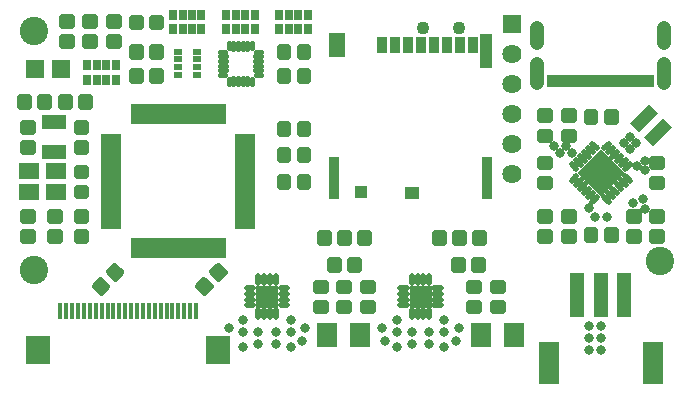
<source format=gbr>
G04 EAGLE Gerber RS-274X export*
G75*
%MOMM*%
%FSLAX34Y34*%
%LPD*%
%INSoldermask Top*%
%IPPOS*%
%AMOC8*
5,1,8,0,0,1.08239X$1,22.5*%
G01*
%ADD10C,2.403200*%
%ADD11C,0.553472*%
%ADD12R,1.672400X0.483200*%
%ADD13R,0.483200X1.672400*%
%ADD14R,0.903200X1.473200*%
%ADD15R,1.253200X0.983200*%
%ADD16R,1.343200X2.033200*%
%ADD17R,0.903200X3.533200*%
%ADD18R,1.063200X3.003200*%
%ADD19R,1.103200X1.133200*%
%ADD20R,0.703200X0.553200*%
%ADD21C,0.423200*%
%ADD22R,2.103200X1.303200*%
%ADD23R,1.665000X1.415000*%
%ADD24R,0.503200X1.103200*%
%ADD25C,1.203200*%
%ADD26C,0.467200*%
%ADD27R,2.803200X2.803200*%
%ADD28R,1.603200X1.603200*%
%ADD29R,1.103200X2.303200*%
%ADD30C,1.103200*%
%ADD31C,0.473200*%
%ADD32R,1.903200X1.903200*%
%ADD33R,0.703200X0.853200*%
%ADD34R,1.703200X3.603200*%
%ADD35R,1.203200X3.703200*%
%ADD36R,0.400000X1.400000*%
%ADD37R,2.108200X2.362200*%
%ADD38R,1.625600X1.625600*%
%ADD39C,1.625600*%
%ADD40R,1.803200X2.003200*%
%ADD41C,0.803200*%


D10*
X22500Y305000D03*
X552500Y110000D03*
X22500Y102500D03*
D11*
X86062Y101363D02*
X91363Y96062D01*
X86062Y101363D02*
X90657Y105958D01*
X95958Y100657D01*
X91363Y96062D01*
X95295Y101320D02*
X86105Y101320D01*
X74042Y89343D02*
X79343Y84042D01*
X74042Y89343D02*
X78637Y93938D01*
X83938Y88637D01*
X79343Y84042D01*
X83275Y89300D02*
X74085Y89300D01*
X237249Y196251D02*
X237249Y203749D01*
X237249Y196251D02*
X230751Y196251D01*
X230751Y203749D01*
X237249Y203749D01*
X237249Y201509D02*
X230751Y201509D01*
X254249Y203749D02*
X254249Y196251D01*
X247751Y196251D01*
X247751Y203749D01*
X254249Y203749D01*
X254249Y201509D02*
X247751Y201509D01*
X237249Y218751D02*
X237249Y226249D01*
X237249Y218751D02*
X230751Y218751D01*
X230751Y226249D01*
X237249Y226249D01*
X237249Y224009D02*
X230751Y224009D01*
X254249Y226249D02*
X254249Y218751D01*
X247751Y218751D01*
X247751Y226249D01*
X254249Y226249D01*
X254249Y224009D02*
X247751Y224009D01*
X112249Y263751D02*
X112249Y271249D01*
X112249Y263751D02*
X105751Y263751D01*
X105751Y271249D01*
X112249Y271249D01*
X112249Y269009D02*
X105751Y269009D01*
X129249Y271249D02*
X129249Y263751D01*
X122751Y263751D01*
X122751Y271249D01*
X129249Y271249D01*
X129249Y269009D02*
X122751Y269009D01*
X43749Y145251D02*
X36251Y145251D01*
X36251Y151749D01*
X43749Y151749D01*
X43749Y145251D01*
X43749Y150509D02*
X36251Y150509D01*
X36251Y128251D02*
X43749Y128251D01*
X36251Y128251D02*
X36251Y134749D01*
X43749Y134749D01*
X43749Y128251D01*
X43749Y133509D02*
X36251Y133509D01*
X21249Y145251D02*
X13751Y145251D01*
X13751Y151749D01*
X21249Y151749D01*
X21249Y145251D01*
X21249Y150509D02*
X13751Y150509D01*
X13751Y128251D02*
X21249Y128251D01*
X13751Y128251D02*
X13751Y134749D01*
X21249Y134749D01*
X21249Y128251D01*
X21249Y133509D02*
X13751Y133509D01*
X62751Y241251D02*
X62751Y248749D01*
X69249Y248749D01*
X69249Y241251D01*
X62751Y241251D01*
X62751Y246509D02*
X69249Y246509D01*
X45751Y248749D02*
X45751Y241251D01*
X45751Y248749D02*
X52249Y248749D01*
X52249Y241251D01*
X45751Y241251D01*
X45751Y246509D02*
X52249Y246509D01*
X173562Y101363D02*
X178863Y96062D01*
X173562Y101363D02*
X178157Y105958D01*
X183458Y100657D01*
X178863Y96062D01*
X182795Y101320D02*
X173605Y101320D01*
X161542Y89343D02*
X166843Y84042D01*
X161542Y89343D02*
X166137Y93938D01*
X171438Y88637D01*
X166843Y84042D01*
X170775Y89300D02*
X161585Y89300D01*
X66249Y128251D02*
X66249Y134749D01*
X66249Y128251D02*
X58751Y128251D01*
X58751Y134749D01*
X66249Y134749D01*
X66249Y133509D02*
X58751Y133509D01*
X66249Y145251D02*
X66249Y151749D01*
X66249Y145251D02*
X58751Y145251D01*
X58751Y151749D01*
X66249Y151749D01*
X66249Y150509D02*
X58751Y150509D01*
D12*
X88287Y215000D03*
X88287Y210000D03*
X88287Y205000D03*
X88287Y200000D03*
X88287Y195000D03*
X88287Y190000D03*
X88287Y185000D03*
X88287Y180000D03*
X88287Y175000D03*
X88287Y170000D03*
X88287Y165000D03*
X88287Y160000D03*
X88287Y155000D03*
X88287Y150000D03*
X88287Y145000D03*
X88287Y140000D03*
D13*
X107500Y120787D03*
X112500Y120787D03*
X117500Y120787D03*
X122500Y120787D03*
X127500Y120787D03*
X132500Y120787D03*
X137500Y120787D03*
X142500Y120787D03*
X147500Y120787D03*
X152500Y120787D03*
X157500Y120787D03*
X162500Y120787D03*
X167500Y120787D03*
X172500Y120787D03*
X177500Y120787D03*
X182500Y120787D03*
D12*
X201713Y140000D03*
X201713Y145000D03*
X201713Y150000D03*
X201713Y155000D03*
X201713Y160000D03*
X201713Y165000D03*
X201713Y170000D03*
X201713Y175000D03*
X201713Y180000D03*
X201713Y185000D03*
X201713Y190000D03*
X201713Y195000D03*
X201713Y200000D03*
X201713Y205000D03*
X201713Y210000D03*
X201713Y215000D03*
D13*
X182500Y234213D03*
X177500Y234213D03*
X172500Y234213D03*
X167500Y234213D03*
X162500Y234213D03*
X157500Y234213D03*
X152500Y234213D03*
X147500Y234213D03*
X142500Y234213D03*
X137500Y234213D03*
X132500Y234213D03*
X127500Y234213D03*
X122500Y234213D03*
X117500Y234213D03*
X112500Y234213D03*
X107500Y234213D03*
D14*
X317800Y293200D03*
X328800Y293200D03*
X339800Y293200D03*
X350800Y293200D03*
X361800Y293200D03*
X372800Y293200D03*
X383800Y293200D03*
X394800Y293200D03*
D15*
X342550Y167800D03*
D16*
X279000Y293350D03*
D17*
X406400Y180567D03*
D18*
X405600Y288200D03*
D17*
X276800Y180567D03*
D19*
X299900Y168550D03*
D11*
X112249Y308751D02*
X112249Y316249D01*
X112249Y308751D02*
X105751Y308751D01*
X105751Y316249D01*
X112249Y316249D01*
X112249Y314009D02*
X105751Y314009D01*
X129249Y316249D02*
X129249Y308751D01*
X122751Y308751D01*
X122751Y316249D01*
X129249Y316249D01*
X129249Y314009D02*
X122751Y314009D01*
X66249Y182751D02*
X58751Y182751D01*
X58751Y189249D01*
X66249Y189249D01*
X66249Y182751D01*
X66249Y188009D02*
X58751Y188009D01*
X58751Y165751D02*
X66249Y165751D01*
X58751Y165751D02*
X58751Y172249D01*
X66249Y172249D01*
X66249Y165751D01*
X66249Y171009D02*
X58751Y171009D01*
X21249Y209749D02*
X13751Y209749D01*
X21249Y209749D02*
X21249Y203251D01*
X13751Y203251D01*
X13751Y209749D01*
X13751Y208509D02*
X21249Y208509D01*
X21249Y226749D02*
X13751Y226749D01*
X21249Y226749D02*
X21249Y220251D01*
X13751Y220251D01*
X13751Y226749D01*
X13751Y225509D02*
X21249Y225509D01*
X27751Y241251D02*
X27751Y248749D01*
X34249Y248749D01*
X34249Y241251D01*
X27751Y241251D01*
X27751Y246509D02*
X34249Y246509D01*
X10751Y248749D02*
X10751Y241251D01*
X10751Y248749D02*
X17249Y248749D01*
X17249Y241251D01*
X10751Y241251D01*
X10751Y246509D02*
X17249Y246509D01*
X58751Y209749D02*
X66249Y209749D01*
X66249Y203251D01*
X58751Y203251D01*
X58751Y209749D01*
X58751Y208509D02*
X66249Y208509D01*
X66249Y226749D02*
X58751Y226749D01*
X66249Y226749D02*
X66249Y220251D01*
X58751Y220251D01*
X58751Y226749D01*
X58751Y225509D02*
X66249Y225509D01*
X86251Y299749D02*
X93749Y299749D01*
X93749Y293251D01*
X86251Y293251D01*
X86251Y299749D01*
X86251Y298509D02*
X93749Y298509D01*
X93749Y316749D02*
X86251Y316749D01*
X93749Y316749D02*
X93749Y310251D01*
X86251Y310251D01*
X86251Y316749D01*
X86251Y315509D02*
X93749Y315509D01*
D20*
X160500Y287250D03*
X160500Y280750D03*
X160500Y274250D03*
X160500Y267750D03*
X144500Y267750D03*
X144500Y274250D03*
X144500Y280750D03*
X144500Y287250D03*
D11*
X112249Y283751D02*
X112249Y291249D01*
X112249Y283751D02*
X105751Y283751D01*
X105751Y291249D01*
X112249Y291249D01*
X112249Y289009D02*
X105751Y289009D01*
X129249Y291249D02*
X129249Y283751D01*
X122751Y283751D01*
X122751Y291249D01*
X129249Y291249D01*
X129249Y289009D02*
X122751Y289009D01*
D21*
X179954Y287500D02*
X184134Y287500D01*
X185134Y283500D02*
X179954Y283500D01*
X179954Y279500D02*
X185134Y279500D01*
X185134Y275500D02*
X179954Y275500D01*
X179954Y271500D02*
X185134Y271500D01*
X184134Y267500D02*
X179954Y267500D01*
X187500Y264134D02*
X187500Y259954D01*
X191500Y259954D02*
X191500Y265134D01*
X195500Y265134D02*
X195500Y259954D01*
X199500Y259954D02*
X199500Y265134D01*
X203500Y265134D02*
X203500Y259954D01*
X207500Y259954D02*
X207500Y264134D01*
X210866Y267500D02*
X215046Y267500D01*
X215046Y271500D02*
X209866Y271500D01*
X209866Y275500D02*
X215046Y275500D01*
X215046Y279500D02*
X209866Y279500D01*
X209866Y283500D02*
X215046Y283500D01*
X215046Y287500D02*
X210866Y287500D01*
X207500Y290866D02*
X207500Y295046D01*
X203500Y295046D02*
X203500Y289866D01*
X199500Y289866D02*
X199500Y295046D01*
X195500Y295046D02*
X195500Y289866D01*
X191500Y289866D02*
X191500Y295046D01*
X187500Y295046D02*
X187500Y290866D01*
D11*
X247751Y291249D02*
X247751Y283751D01*
X247751Y291249D02*
X254249Y291249D01*
X254249Y283751D01*
X247751Y283751D01*
X247751Y289009D02*
X254249Y289009D01*
X230751Y291249D02*
X230751Y283751D01*
X230751Y291249D02*
X237249Y291249D01*
X237249Y283751D01*
X230751Y283751D01*
X230751Y289009D02*
X237249Y289009D01*
X237249Y271249D02*
X237249Y263751D01*
X230751Y263751D01*
X230751Y271249D01*
X237249Y271249D01*
X237249Y269009D02*
X230751Y269009D01*
X254249Y271249D02*
X254249Y263751D01*
X247751Y263751D01*
X247751Y271249D01*
X254249Y271249D01*
X254249Y269009D02*
X247751Y269009D01*
D22*
X40000Y227500D03*
X40000Y202500D03*
D23*
X18750Y168500D03*
X41250Y168500D03*
X41250Y186500D03*
X18750Y186500D03*
D24*
X540000Y262800D03*
X530000Y262800D03*
X525000Y262800D03*
X520000Y262800D03*
X515000Y262800D03*
X510000Y262800D03*
X505000Y262800D03*
X500000Y262800D03*
X495000Y262800D03*
X490000Y262800D03*
X485000Y262800D03*
X480000Y262800D03*
X545000Y262800D03*
X535000Y262800D03*
X475000Y262800D03*
X470000Y262800D03*
X465000Y262800D03*
X460000Y262800D03*
D25*
X556500Y294800D02*
X556500Y307800D01*
X448500Y307800D02*
X448500Y294800D01*
X556500Y276750D02*
X556500Y261250D01*
X448500Y261250D02*
X448500Y276750D01*
D26*
X481947Y182124D02*
X477875Y178052D01*
X481410Y174517D02*
X485482Y178589D01*
X489018Y175053D02*
X484946Y170981D01*
X488481Y167446D02*
X492553Y171518D01*
X496089Y167982D02*
X492017Y163910D01*
X495552Y160375D02*
X499624Y164447D01*
X505376Y164447D02*
X509448Y160375D01*
X512983Y163910D02*
X508911Y167982D01*
X512447Y171518D02*
X516519Y167446D01*
X520054Y170981D02*
X515982Y175053D01*
X519518Y178589D02*
X523590Y174517D01*
X527125Y178052D02*
X523053Y182124D01*
X523053Y187876D02*
X527125Y191948D01*
X523590Y195483D02*
X519518Y191411D01*
X515982Y194947D02*
X520054Y199019D01*
X516519Y202554D02*
X512447Y198482D01*
X508911Y202018D02*
X512983Y206090D01*
X509448Y209625D02*
X505376Y205553D01*
X499624Y205553D02*
X495552Y209625D01*
X492017Y206090D02*
X496089Y202018D01*
X492553Y198482D02*
X488481Y202554D01*
X484946Y199019D02*
X489018Y194947D01*
X485482Y191411D02*
X481410Y195483D01*
X477875Y191948D02*
X481947Y187876D01*
D27*
G36*
X522321Y185000D02*
X502500Y165179D01*
X482679Y185000D01*
X502500Y204821D01*
X522321Y185000D01*
G37*
D11*
X451251Y190251D02*
X451251Y196749D01*
X458749Y196749D01*
X458749Y190251D01*
X451251Y190251D01*
X451251Y195509D02*
X458749Y195509D01*
X451251Y179749D02*
X451251Y173251D01*
X451251Y179749D02*
X458749Y179749D01*
X458749Y173251D01*
X451251Y173251D01*
X451251Y178509D02*
X458749Y178509D01*
X533749Y134749D02*
X533749Y128251D01*
X526251Y128251D01*
X526251Y134749D01*
X533749Y134749D01*
X533749Y133509D02*
X526251Y133509D01*
X533749Y145251D02*
X533749Y151749D01*
X533749Y145251D02*
X526251Y145251D01*
X526251Y151749D01*
X533749Y151749D01*
X533749Y150509D02*
X526251Y150509D01*
X458749Y134749D02*
X458749Y128251D01*
X451251Y128251D01*
X451251Y134749D01*
X458749Y134749D01*
X458749Y133509D02*
X451251Y133509D01*
X458749Y145251D02*
X458749Y151749D01*
X458749Y145251D02*
X451251Y145251D01*
X451251Y151749D01*
X458749Y151749D01*
X458749Y150509D02*
X451251Y150509D01*
X471251Y151749D02*
X471251Y145251D01*
X471251Y151749D02*
X478749Y151749D01*
X478749Y145251D01*
X471251Y145251D01*
X471251Y150509D02*
X478749Y150509D01*
X471251Y134749D02*
X471251Y128251D01*
X471251Y134749D02*
X478749Y134749D01*
X478749Y128251D01*
X471251Y128251D01*
X471251Y133509D02*
X478749Y133509D01*
X507751Y228751D02*
X507751Y236249D01*
X514249Y236249D01*
X514249Y228751D01*
X507751Y228751D01*
X507751Y234009D02*
X514249Y234009D01*
X490751Y236249D02*
X490751Y228751D01*
X490751Y236249D02*
X497249Y236249D01*
X497249Y228751D01*
X490751Y228751D01*
X490751Y234009D02*
X497249Y234009D01*
X546251Y190251D02*
X553749Y190251D01*
X546251Y190251D02*
X546251Y196749D01*
X553749Y196749D01*
X553749Y190251D01*
X553749Y195509D02*
X546251Y195509D01*
X546251Y173251D02*
X553749Y173251D01*
X546251Y173251D02*
X546251Y179749D01*
X553749Y179749D01*
X553749Y173251D01*
X553749Y178509D02*
X546251Y178509D01*
X478749Y219749D02*
X471251Y219749D01*
X478749Y219749D02*
X478749Y213251D01*
X471251Y213251D01*
X471251Y219749D01*
X471251Y218509D02*
X478749Y218509D01*
X478749Y236749D02*
X471251Y236749D01*
X478749Y236749D02*
X478749Y230251D01*
X471251Y230251D01*
X471251Y236749D01*
X471251Y235509D02*
X478749Y235509D01*
X458749Y230251D02*
X451251Y230251D01*
X451251Y236749D01*
X458749Y236749D01*
X458749Y230251D01*
X458749Y235509D02*
X451251Y235509D01*
X451251Y213251D02*
X458749Y213251D01*
X451251Y213251D02*
X451251Y219749D01*
X458749Y219749D01*
X458749Y213251D01*
X458749Y218509D02*
X451251Y218509D01*
X546251Y145251D02*
X553749Y145251D01*
X546251Y145251D02*
X546251Y151749D01*
X553749Y151749D01*
X553749Y145251D01*
X553749Y150509D02*
X546251Y150509D01*
X546251Y128251D02*
X553749Y128251D01*
X546251Y128251D02*
X546251Y134749D01*
X553749Y134749D01*
X553749Y128251D01*
X553749Y133509D02*
X546251Y133509D01*
X254249Y181249D02*
X247751Y181249D01*
X254249Y181249D02*
X254249Y173751D01*
X247751Y173751D01*
X247751Y181249D01*
X247751Y179009D02*
X254249Y179009D01*
X237249Y181249D02*
X230751Y181249D01*
X237249Y181249D02*
X237249Y173751D01*
X230751Y173751D01*
X230751Y181249D01*
X230751Y179009D02*
X237249Y179009D01*
X308749Y74749D02*
X308749Y68251D01*
X301251Y68251D01*
X301251Y74749D01*
X308749Y74749D01*
X308749Y73509D02*
X301251Y73509D01*
X308749Y85251D02*
X308749Y91749D01*
X308749Y85251D02*
X301251Y85251D01*
X301251Y91749D01*
X308749Y91749D01*
X308749Y90509D02*
X301251Y90509D01*
D28*
X46000Y272500D03*
X24000Y272500D03*
D11*
X53749Y293251D02*
X53749Y299749D01*
X53749Y293251D02*
X46251Y293251D01*
X46251Y299749D01*
X53749Y299749D01*
X53749Y298509D02*
X46251Y298509D01*
X53749Y310251D02*
X53749Y316749D01*
X53749Y310251D02*
X46251Y310251D01*
X46251Y316749D01*
X53749Y316749D01*
X53749Y315509D02*
X46251Y315509D01*
X73749Y299749D02*
X73749Y293251D01*
X66251Y293251D01*
X66251Y299749D01*
X73749Y299749D01*
X73749Y298509D02*
X66251Y298509D01*
X73749Y310251D02*
X73749Y316749D01*
X73749Y310251D02*
X66251Y310251D01*
X66251Y316749D01*
X73749Y316749D01*
X73749Y315509D02*
X66251Y315509D01*
D29*
G36*
X534748Y218967D02*
X526947Y226768D01*
X543232Y243053D01*
X551033Y235252D01*
X534748Y218967D01*
G37*
G36*
X546768Y206947D02*
X538967Y214748D01*
X555252Y231033D01*
X563053Y223232D01*
X546768Y206947D01*
G37*
D11*
X497249Y128751D02*
X490751Y128751D01*
X490751Y136249D01*
X497249Y136249D01*
X497249Y128751D01*
X497249Y134009D02*
X490751Y134009D01*
X507751Y128751D02*
X514249Y128751D01*
X507751Y128751D02*
X507751Y136249D01*
X514249Y136249D01*
X514249Y128751D01*
X514249Y134009D02*
X507751Y134009D01*
D30*
X382500Y307500D03*
X352500Y307500D03*
D31*
X227500Y97296D02*
X227500Y91616D01*
X222500Y91616D02*
X222500Y97296D01*
X217500Y97296D02*
X217500Y91616D01*
X212500Y91616D02*
X212500Y97296D01*
X208384Y87500D02*
X202704Y87500D01*
X202704Y82500D02*
X208384Y82500D01*
X208384Y77500D02*
X202704Y77500D01*
X202704Y72500D02*
X208384Y72500D01*
X212500Y68384D02*
X212500Y62704D01*
X217500Y62704D02*
X217500Y68384D01*
X222500Y68384D02*
X222500Y62704D01*
X227500Y62704D02*
X227500Y68384D01*
X231616Y72500D02*
X237296Y72500D01*
X237296Y77500D02*
X231616Y77500D01*
X231616Y82500D02*
X237296Y82500D01*
X237296Y87500D02*
X231616Y87500D01*
D32*
X220000Y80000D03*
D33*
X209500Y318750D03*
X201500Y318750D03*
X193500Y318750D03*
X185500Y318750D03*
X185500Y306250D03*
X193500Y306250D03*
X201500Y306250D03*
X209500Y306250D03*
X92000Y276250D03*
X84000Y276250D03*
X76000Y276250D03*
X68000Y276250D03*
X68000Y263750D03*
X76000Y263750D03*
X84000Y263750D03*
X92000Y263750D03*
D34*
X546500Y23500D03*
X458500Y23500D03*
D35*
X522500Y81000D03*
X502500Y81000D03*
X482500Y81000D03*
D36*
X45000Y67500D03*
X50000Y67500D03*
X55000Y67500D03*
X60000Y67500D03*
X65000Y67500D03*
X70000Y67500D03*
X75000Y67500D03*
X80000Y67500D03*
X85000Y67500D03*
X90000Y67500D03*
X95000Y67500D03*
X100000Y67500D03*
X105000Y67500D03*
X110000Y67500D03*
X115000Y67500D03*
X120000Y67500D03*
X125000Y67500D03*
X130000Y67500D03*
X135000Y67500D03*
X140000Y67500D03*
X145000Y67500D03*
X150000Y67500D03*
X155000Y67500D03*
X160000Y67500D03*
D37*
X26300Y35000D03*
X178700Y35000D03*
D33*
X164500Y318750D03*
X156500Y318750D03*
X148500Y318750D03*
X140500Y318750D03*
X140500Y306250D03*
X148500Y306250D03*
X156500Y306250D03*
X164500Y306250D03*
X254500Y318750D03*
X246500Y318750D03*
X238500Y318750D03*
X230500Y318750D03*
X230500Y306250D03*
X238500Y306250D03*
X246500Y306250D03*
X254500Y306250D03*
D31*
X357500Y97296D02*
X357500Y91616D01*
X352500Y91616D02*
X352500Y97296D01*
X347500Y97296D02*
X347500Y91616D01*
X342500Y91616D02*
X342500Y97296D01*
X338384Y87500D02*
X332704Y87500D01*
X332704Y82500D02*
X338384Y82500D01*
X338384Y77500D02*
X332704Y77500D01*
X332704Y72500D02*
X338384Y72500D01*
X342500Y68384D02*
X342500Y62704D01*
X347500Y62704D02*
X347500Y68384D01*
X352500Y68384D02*
X352500Y62704D01*
X357500Y62704D02*
X357500Y68384D01*
X361616Y72500D02*
X367296Y72500D01*
X367296Y77500D02*
X361616Y77500D01*
X361616Y82500D02*
X367296Y82500D01*
X367296Y87500D02*
X361616Y87500D01*
D32*
X350000Y80000D03*
D11*
X288249Y126251D02*
X281751Y126251D01*
X281751Y133749D01*
X288249Y133749D01*
X288249Y126251D01*
X288249Y131509D02*
X281751Y131509D01*
X298751Y126251D02*
X305249Y126251D01*
X298751Y126251D02*
X298751Y133749D01*
X305249Y133749D01*
X305249Y126251D01*
X305249Y131509D02*
X298751Y131509D01*
X271249Y126251D02*
X264751Y126251D01*
X264751Y133749D01*
X271249Y133749D01*
X271249Y126251D01*
X271249Y131509D02*
X264751Y131509D01*
X379251Y126251D02*
X385749Y126251D01*
X379251Y126251D02*
X379251Y133749D01*
X385749Y133749D01*
X385749Y126251D01*
X385749Y131509D02*
X379251Y131509D01*
X396251Y126251D02*
X402749Y126251D01*
X396251Y126251D02*
X396251Y133749D01*
X402749Y133749D01*
X402749Y126251D01*
X402749Y131509D02*
X396251Y131509D01*
X368749Y126251D02*
X362251Y126251D01*
X362251Y133749D01*
X368749Y133749D01*
X368749Y126251D01*
X368749Y131509D02*
X362251Y131509D01*
X296749Y111249D02*
X290251Y111249D01*
X296749Y111249D02*
X296749Y103751D01*
X290251Y103751D01*
X290251Y111249D01*
X290251Y109009D02*
X296749Y109009D01*
X279749Y111249D02*
X273251Y111249D01*
X279749Y111249D02*
X279749Y103751D01*
X273251Y103751D01*
X273251Y111249D01*
X273251Y109009D02*
X279749Y109009D01*
X395251Y111249D02*
X401749Y111249D01*
X401749Y103751D01*
X395251Y103751D01*
X395251Y111249D01*
X395251Y109009D02*
X401749Y109009D01*
X384749Y111249D02*
X378251Y111249D01*
X384749Y111249D02*
X384749Y103751D01*
X378251Y103751D01*
X378251Y111249D01*
X378251Y109009D02*
X384749Y109009D01*
X288749Y74749D02*
X281251Y74749D01*
X288749Y74749D02*
X288749Y68251D01*
X281251Y68251D01*
X281251Y74749D01*
X281251Y73509D02*
X288749Y73509D01*
X288749Y91749D02*
X281251Y91749D01*
X288749Y91749D02*
X288749Y85251D01*
X281251Y85251D01*
X281251Y91749D01*
X281251Y90509D02*
X288749Y90509D01*
X411251Y74749D02*
X418749Y74749D01*
X418749Y68251D01*
X411251Y68251D01*
X411251Y74749D01*
X411251Y73509D02*
X418749Y73509D01*
X418749Y91749D02*
X411251Y91749D01*
X418749Y91749D02*
X418749Y85251D01*
X411251Y85251D01*
X411251Y91749D01*
X411251Y90509D02*
X418749Y90509D01*
D38*
X427500Y311000D03*
D39*
X427500Y285600D03*
X427500Y260200D03*
X427500Y234800D03*
X427500Y209400D03*
X427500Y184000D03*
D40*
X271000Y47500D03*
X299000Y47500D03*
X429000Y47500D03*
X401000Y47500D03*
D11*
X398749Y74749D02*
X391251Y74749D01*
X398749Y74749D02*
X398749Y68251D01*
X391251Y68251D01*
X391251Y74749D01*
X391251Y73509D02*
X398749Y73509D01*
X398749Y91749D02*
X391251Y91749D01*
X398749Y91749D02*
X398749Y85251D01*
X391251Y85251D01*
X391251Y91749D01*
X391251Y90509D02*
X398749Y90509D01*
X268749Y74749D02*
X261251Y74749D01*
X268749Y74749D02*
X268749Y68251D01*
X261251Y68251D01*
X261251Y74749D01*
X261251Y73509D02*
X268749Y73509D01*
X268749Y91749D02*
X261251Y91749D01*
X268749Y91749D02*
X268749Y85251D01*
X261251Y85251D01*
X261251Y91749D01*
X261251Y90509D02*
X268749Y90509D01*
D41*
X522500Y210000D03*
X527500Y205000D03*
X532500Y210000D03*
X527500Y215000D03*
X382500Y53500D03*
X380000Y42500D03*
X370000Y37500D03*
X507500Y147500D03*
X497500Y147500D03*
X492500Y155000D03*
X477859Y201859D03*
X473000Y207230D03*
X467888Y201888D03*
X463388Y207388D03*
X252500Y53500D03*
X250000Y42500D03*
X240000Y37500D03*
X330000Y37500D03*
X320000Y42500D03*
X317500Y53500D03*
X187500Y53500D03*
X200000Y37500D03*
X540000Y195000D03*
X540000Y187000D03*
X533000Y191000D03*
X492500Y55000D03*
X502500Y55000D03*
X492500Y45000D03*
X502500Y45000D03*
X492500Y35000D03*
X502500Y35000D03*
X357500Y50000D03*
X357500Y40000D03*
X370020Y60000D03*
X370020Y50000D03*
X329980Y60000D03*
X329980Y50000D03*
X342500Y50000D03*
X342500Y40000D03*
X227500Y50000D03*
X227500Y40000D03*
X240020Y60000D03*
X240020Y50000D03*
X199980Y60000D03*
X199980Y50000D03*
X212500Y50000D03*
X212500Y40000D03*
X530000Y159000D03*
X538000Y163000D03*
X540000Y154000D03*
M02*

</source>
